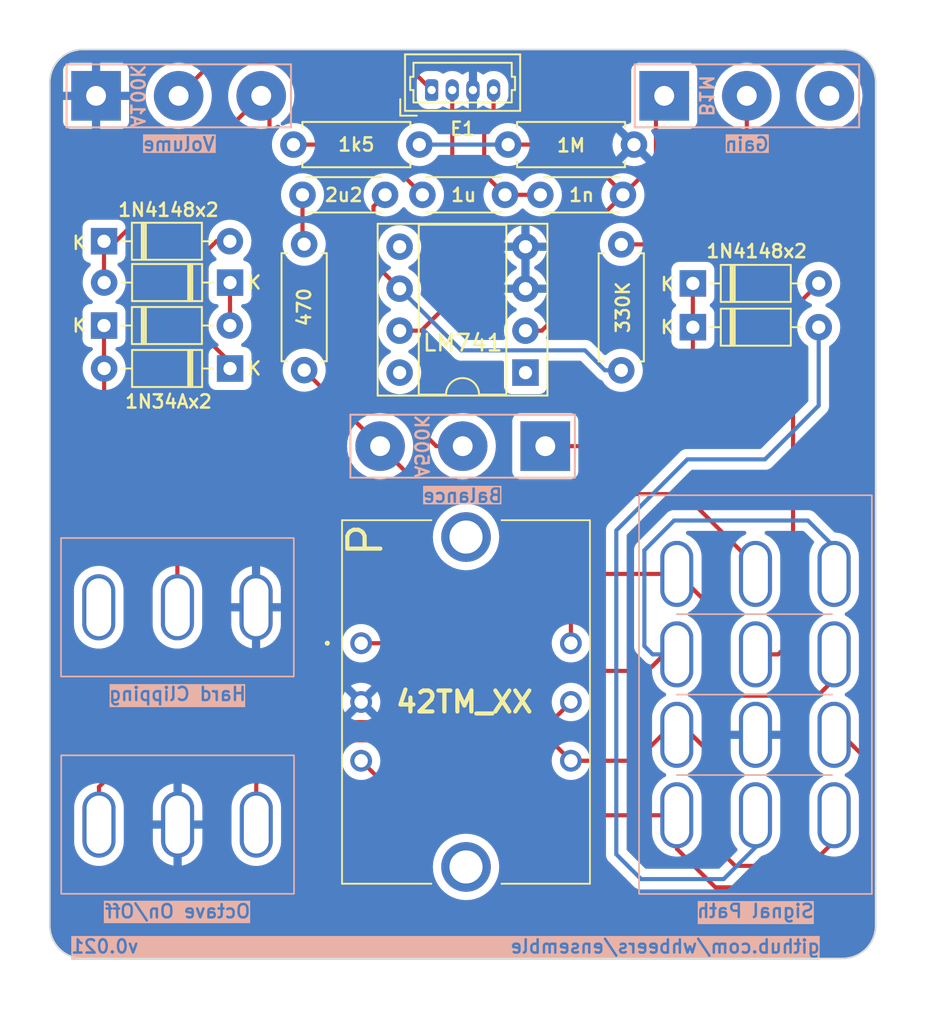
<source format=kicad_pcb>
(kicad_pcb (version 20221018) (generator pcbnew)
  (title_block (title "Ensemble fuzz effect") (date "2023-03-19") (rev "v0.021") (comment 1 "github.com/whbeers/ensemble"))
  (layers (0 "F.Cu" signal) (31 "B.Cu" signal) (36 "B.SilkS" user "B.Silkscreen") (37 "F.SilkS" user "F.Silkscreen") (38 "B.Mask" user) (39 "F.Mask" user) (44 "Edge.Cuts" user))
  (net 0 "")
  (net 1 "/EFFECT_IN")
  (net 2 "/741_Inv")
  (net 3 "Net-(C2-Pad2)")
  (net 4 "/741_Out")
  (net 5 "Net-(C3-Pad2)")
  (net 6 "/OCTAVE_OUT")
  (net 7 "/RECT_TOP")
  (net 8 "/RECT_BOTTOM")
  (net 9 "Net-(D3-K)")
  (net 10 "Net-(D4-K)")
  (net 11 "Net-(D5-A)")
  (net 12 "/EFFECT_OUT")
  (net 13 "/9V0")
  (net 14 "GND")
  (net 15 "Net-(R3-Pad1)")
  (net 16 "/DRIVE_OUT")
  (net 21 "/XFM_S1")
  (net 22 "/XFM_P1")
  (net 23 "/XFM_S3")
  (net 24 "/XFM_P3")
  (net 25 "/XFM_S2")
  (net 26 "/POST_BALANCE")
  (footprint "Package_DIP:DIP-8_W7.62mm_Socket" (layer "F.Cu") (at 51.8 37.55 180)
    (fp_text reference "U1")
    (fp_text value "LM741" (at 3.8 1.8) (layer "F.SilkS"))
    (fp_line (start -1.33 -1.39) (end -1.33 9.01) (stroke (width 0.12)) (layer "F.SilkS"))
    (fp_line (start -1.33 9.01) (end 8.95 9.01) (stroke (width 0.12)) (layer "F.SilkS"))
    (fp_line (start 1.16 -1.33) (end 1.16 8.95) (stroke (width 0.12)) (layer "F.SilkS"))
    (fp_line (start 1.16 8.95) (end 6.46 8.95) (stroke (width 0.12)) (layer "F.SilkS"))
    (fp_line (start 2.81 -1.33) (end 1.16 -1.33) (stroke (width 0.12)) (layer "F.SilkS"))
    (fp_line (start 6.46 -1.33) (end 4.81 -1.33) (stroke (width 0.12)) (layer "F.SilkS"))
    (fp_line (start 6.46 8.95) (end 6.46 -1.33) (stroke (width 0.12)) (layer "F.SilkS"))
    (fp_line (start 8.95 -1.39) (end -1.33 -1.39) (stroke (width 0.12)) (layer "F.SilkS"))
    (fp_line (start 8.95 9.01) (end 8.95 -1.39) (stroke (width 0.12)) (layer "F.SilkS"))
    (fp_arc (start 4.81 -1.33) (mid 3.81 -0.33) (end 2.81 -1.33) (stroke (width 0.12)) (layer "F.SilkS"))
    (pad "1" thru_hole rect (at 0 0 180) (size 1.6 1.6) (drill 0.8) (layers "*.Cu" "*.Mask"))
    (pad "2" thru_hole oval (at 0 2.54 180) (size 1.6 1.6) (drill 0.8) (layers "*.Cu" "*.Mask") (net 2 "/741_Inv"))
    (pad "3" thru_hole oval (at 0 5.08 180) (size 1.6 1.6) (drill 0.8) (layers "*.Cu" "*.Mask") (net 14 "GND"))
    (pad "4" thru_hole oval (at 0 7.62 180) (size 1.6 1.6) (drill 0.8) (layers "*.Cu" "*.Mask") (net 14 "GND"))
    (pad "5" thru_hole oval (at 7.62 7.62 180) (size 1.6 1.6) (drill 0.8) (layers "*.Cu" "*.Mask"))
    (pad "6" thru_hole oval (at 7.62 5.08 180) (size 1.6 1.6) (drill 0.8) (layers "*.Cu" "*.Mask") (net 4 "/741_Out"))
    (pad "7" thru_hole oval (at 7.62 2.54 180) (size 1.6 1.6) (drill 0.8) (layers "*.Cu" "*.Mask") (net 13 "/9V0"))
    (pad "8" thru_hole oval (at 7.62 0 180) (size 1.6 1.6) (drill 0.8) (layers "*.Cu" "*.Mask"))
  )
  (footprint "Diode_THT:D_DO-35_SOD27_P7.62mm_Horizontal" (layer "F.Cu") (at 61.935 34.8)
    (fp_text reference "D2")
    (fp_text value "1N4148")
    (fp_text user "K" (at -1.535 0) (layer "F.SilkS") (effects (font (size 0.8 0.8))))
    (fp_line (start 1.04 0) (end 1.69 0) (stroke (width 0.12)) (layer "F.SilkS"))
    (fp_line (start 1.69 -1.12) (end 1.69 1.12) (stroke (width 0.12)) (layer "F.SilkS"))
    (fp_line (start 1.69 1.12) (end 5.93 1.12) (stroke (width 0.12)) (layer "F.SilkS"))
    (fp_line (start 2.29 -1.12) (end 2.29 1.12) (stroke (width 0.12)) (layer "F.SilkS"))
    (fp_line (start 2.41 -1.12) (end 2.41 1.12) (stroke (width 0.12)) (layer "F.SilkS"))
    (fp_line (start 2.53 -1.12) (end 2.53 1.12) (stroke (width 0.12)) (layer "F.SilkS"))
    (fp_line (start 5.93 -1.12) (end 1.69 -1.12) (stroke (width 0.12)) (layer "F.SilkS"))
    (fp_line (start 5.93 1.12) (end 5.93 -1.12) (stroke (width 0.12)) (layer "F.SilkS"))
    (fp_line (start 6.58 0) (end 5.93 0) (stroke (width 0.12)) (layer "F.SilkS"))
    (pad "1" thru_hole rect (at 0 0) (size 1.6 1.6) (drill 0.8) (layers "*.Cu" "*.Mask") (net 6 "/OCTAVE_OUT"))
    (pad "2" thru_hole oval (at 7.62 0) (size 1.6 1.6) (drill 0.8) (layers "*.Cu" "*.Mask") (net 8 "/RECT_BOTTOM"))
  )
  (footprint "Diode_THT:D_DO-35_SOD27_P7.62mm_Horizontal" (layer "F.Cu") (at 61.935 32.15)
    (fp_text reference "D1")
    (fp_text value "1N4148")
    (fp_text user "1N4148x2" (at 3.865 -1.95 unlocked) (layer "F.SilkS") (effects (font (size 0.8 0.8))))
    (fp_text user "K" (at -1.535 0.05) (layer "F.SilkS") (effects (font (size 0.8 0.8))))
    (fp_line (start 1.04 0) (end 1.69 0) (stroke (width 0.12)) (layer "F.SilkS"))
    (fp_line (start 1.69 -1.12) (end 1.69 1.12) (stroke (width 0.12)) (layer "F.SilkS"))
    (fp_line (start 1.69 1.12) (end 5.93 1.12) (stroke (width 0.12)) (layer "F.SilkS"))
    (fp_line (start 2.29 -1.12) (end 2.29 1.12) (stroke (width 0.12)) (layer "F.SilkS"))
    (fp_line (start 2.41 -1.12) (end 2.41 1.12) (stroke (width 0.12)) (layer "F.SilkS"))
    (fp_line (start 2.53 -1.12) (end 2.53 1.12) (stroke (width 0.12)) (layer "F.SilkS"))
    (fp_line (start 5.93 -1.12) (end 1.69 -1.12) (stroke (width 0.12)) (layer "F.SilkS"))
    (fp_line (start 5.93 1.12) (end 5.93 -1.12) (stroke (width 0.12)) (layer "F.SilkS"))
    (fp_line (start 6.58 0) (end 5.93 0) (stroke (width 0.12)) (layer "F.SilkS"))
    (pad "1" thru_hole rect (at 0 0) (size 1.6 1.6) (drill 0.8) (layers "*.Cu" "*.Mask") (net 6 "/OCTAVE_OUT"))
    (pad "2" thru_hole oval (at 7.62 0) (size 1.6 1.6) (drill 0.8) (layers "*.Cu" "*.Mask") (net 7 "/RECT_TOP"))
  )
  (footprint "Diode_THT:D_DO-35_SOD27_P7.62mm_Horizontal" (layer "F.Cu") (at 26.28 34.7)
    (fp_text reference "D4")
    (fp_text value "1N34A")
    (fp_text user "K" (at -1.495 0) (layer "F.SilkS") (effects (font (size 0.8 0.8))))
    (fp_line (start 1.04 0) (end 1.69 0) (stroke (width 0.12)) (layer "F.SilkS"))
    (fp_line (start 1.69 -1.12) (end 1.69 1.12) (stroke (width 0.12)) (layer "F.SilkS"))
    (fp_line (start 1.69 1.12) (end 5.93 1.12) (stroke (width 0.12)) (layer "F.SilkS"))
    (fp_line (start 2.29 -1.12) (end 2.29 1.12) (stroke (width 0.12)) (layer "F.SilkS"))
    (fp_line (start 2.41 -1.12) (end 2.41 1.12) (stroke (width 0.12)) (layer "F.SilkS"))
    (fp_line (start 2.53 -1.12) (end 2.53 1.12) (stroke (width 0.12)) (layer "F.SilkS"))
    (fp_line (start 5.93 -1.12) (end 1.69 -1.12) (stroke (width 0.12)) (layer "F.SilkS"))
    (fp_line (start 5.93 1.12) (end 5.93 -1.12) (stroke (width 0.12)) (layer "F.SilkS"))
    (fp_line (start 6.58 0) (end 5.93 0) (stroke (width 0.12)) (layer "F.SilkS"))
    (pad "1" thru_hole rect (at 0 0) (size 1.6 1.6) (drill 0.8) (layers "*.Cu" "*.Mask") (net 10 "Net-(D4-K)"))
    (pad "2" thru_hole oval (at 7.62 0) (size 1.6 1.6) (drill 0.8) (layers "*.Cu" "*.Mask") (net 9 "Net-(D3-K)"))
  )
  (footprint "Diode_THT:D_DO-35_SOD27_P7.62mm_Horizontal" (layer "F.Cu") (at 26.28 29.6)
    (fp_text reference "D5")
    (fp_text value "1N4148")
    (fp_text user "K" (at -1.495 0.1) (layer "F.SilkS") (effects (font (size 0.8 0.8))))
    (fp_text user "1N4148x2" (at 3.905 -1.9 unlocked) (layer "F.SilkS") (effects (font (size 0.8 0.8))))
    (fp_line (start 1.04 0) (end 1.69 0) (stroke (width 0.12)) (layer "F.SilkS"))
    (fp_line (start 1.69 -1.12) (end 1.69 1.12) (stroke (width 0.12)) (layer "F.SilkS"))
    (fp_line (start 1.69 1.12) (end 5.93 1.12) (stroke (width 0.12)) (layer "F.SilkS"))
    (fp_line (start 2.29 -1.12) (end 2.29 1.12) (stroke (width 0.12)) (layer "F.SilkS"))
    (fp_line (start 2.41 -1.12) (end 2.41 1.12) (stroke (width 0.12)) (layer "F.SilkS"))
    (fp_line (start 2.53 -1.12) (end 2.53 1.12) (stroke (width 0.12)) (layer "F.SilkS"))
    (fp_line (start 5.93 -1.12) (end 1.69 -1.12) (stroke (width 0.12)) (layer "F.SilkS"))
    (fp_line (start 5.93 1.12) (end 5.93 -1.12) (stroke (width 0.12)) (layer "F.SilkS"))
    (fp_line (start 6.58 0) (end 5.93 0) (stroke (width 0.12)) (layer "F.SilkS"))
    (pad "1" thru_hole rect (at 0 0) (size 1.6 1.6) (drill 0.8) (layers "*.Cu" "*.Mask") (net 26 "/POST_BALANCE"))
    (pad "2" thru_hole oval (at 7.62 0) (size 1.6 1.6) (drill 0.8) (layers "*.Cu" "*.Mask") (net 11 "Net-(D5-A)"))
  )
  (footprint "ensemble:Transformer_42TM" (layer "F.Cu") (at 41.85 53.926 -90)
    (fp_text reference "T1")
    (fp_text value "42TM_XX" (at 3.556 -6.25) (layer "F.SilkS") (effects (font (size 1.27 1.27) (thickness 0.254))))
    (fp_text user "P" (at -6.25 -0.25 90 unlocked) (layer "F.SilkS") (effects (font (size 2 2) (thickness 0.254))))
    (fp_line (start -7.442 -13.856) (end -7.442 -13.856) (stroke (width 0.1)) (layer "F.SilkS"))
    (fp_line (start -7.442 -13.856) (end -7.442 -13.856) (stroke (width 0.1)) (layer "F.SilkS"))
    (fp_line (start -7.442 -13.856) (end -7.442 -8.5) (stroke (width 0.1)) (layer "F.SilkS"))
    (fp_line (start -7.442 -13.856) (end 14.554 -13.856) (stroke (width 0.1)) (layer "F.SilkS"))
    (fp_line (start -7.442 -8.5) (end -7.442 -13.856) (stroke (width 0.1)) (layer "F.SilkS"))
    (fp_line (start -7.442 -8.5) (end -7.442 -8.5) (stroke (width 0.1)) (layer "F.SilkS"))
    (fp_line (start -7.442 -4.25) (end -7.442 -4.25) (stroke (width 0.1)) (layer "F.SilkS"))
    (fp_line (start -7.442 -4.25) (end -7.442 1.156) (stroke (width 0.1)) (layer "F.SilkS"))
    (fp_line (start -7.442 1.156) (end -7.442 -4.25) (stroke (width 0.1)) (layer "F.SilkS"))
    (fp_line (start -7.442 1.156) (end -7.442 1.156) (stroke (width 0.1)) (layer "F.SilkS"))
    (fp_line (start -7.442 1.156) (end -7.442 1.156) (stroke (width 0.1)) (layer "F.SilkS"))
    (fp_line (start -7.442 1.156) (end 14.554 1.156) (stroke (width 0.1)) (layer "F.SilkS"))
    (fp_line (start 0 2) (end 0 2) (stroke (width 0.2)) (layer "F.SilkS"))
    (fp_line (start 0 2) (end 0 2) (stroke (width 0.2)) (layer "F.SilkS"))
    (fp_line (start 0 2.1) (end 0 2.1) (stroke (width 0.2)) (layer "F.SilkS"))
    (fp_line (start 14.554 -13.856) (end -7.442 -13.856) (stroke (width 0.1)) (layer "F.SilkS"))
    (fp_line (start 14.554 -13.856) (end 14.554 -13.856) (stroke (width 0.1)) (layer "F.SilkS"))
    (fp_line (start 14.554 -13.856) (end 14.554 -13.856) (stroke (width 0.1)) (layer "F.SilkS"))
    (fp_line (start 14.554 -13.856) (end 14.554 -8.5) (stroke (width 0.1)) (layer "F.SilkS"))
    (fp_line (start 14.554 -8.5) (end 14.554 -13.856) (stroke (width 0.1)) (layer "F.SilkS"))
    (fp_line (start 14.554 -8.5) (end 14.554 -8.5) (stroke (width 0.1)) (layer "F.SilkS"))
    (fp_line (start 14.554 -4.25) (end 14.554 -4.25) (stroke (width 0.1)) (layer "F.SilkS"))
    (fp_line (start 14.554 -4.25) (end 14.554 1.156) (stroke (width 0.1)) (layer "F.SilkS"))
    (fp_line (start 14.554 1.156) (end -7.442 1.156) (stroke (width 0.1)) (layer "F.SilkS"))
    (fp_line (start 14.554 1.156) (end 14.554 -4.25) (stroke (width 0.1)) (layer "F.SilkS"))
    (fp_line (start 14.554 1.156) (end 14.554 1.156) (stroke (width 0.1)) (layer "F.SilkS"))
    (fp_line (start 14.554 1.156) (end 14.554 1.156) (stroke (width 0.1)) (layer "F.SilkS"))
    (fp_arc (start 0 2) (mid 0.05 2.05) (end 0 2.1) (stroke (width 0.2)) (layer "F.SilkS"))
    (fp_arc (start 0 2.1) (mid -0.05 2.05) (end 0 2) (stroke (width 0.2)) (layer "F.SilkS"))
    (fp_arc (start 0 2.1) (mid -0.05 2.05) (end 0 2) (stroke (width 0.2)) (layer "F.SilkS"))
    (pad "1" thru_hole circle (at 0 0 270) (size 1.316 1.316) (drill 0.8096) (layers "*.Cu" "*.Mask") (net 22 "/XFM_P1"))
    (pad "2" thru_hole circle (at 3.556 0 270) (size 1.316 1.316) (drill 0.8096) (layers "*.Cu" "*.Mask") (net 14 "GND"))
    (pad "3" thru_hole circle (at 7.112 0 270) (size 1.316 1.316) (drill 0.8096) (layers "*.Cu" "*.Mask") (net 24 "/XFM_P3"))
    (pad "4" thru_hole circle (at 7.112 -12.7 270) (size 1.316 1.316) (drill 0.8096) (layers "*.Cu" "*.Mask") (net 23 "/XFM_S3"))
    (pad "5" thru_hole circle (at 3.556 -12.7 270) (size 1.316 1.316) (drill 0.8096) (layers "*.Cu" "*.Mask") (net 25 "/XFM_S2"))
    (pad "6" thru_hole circle (at 0 -12.7 270) (size 1.316 1.316) (drill 0.8096) (layers "*.Cu" "*.Mask") (net 21 "/XFM_S1"))
    (pad "MH1" thru_hole circle (at -6.426 -6.35 270) (size 3.005 3.005) (drill 2.0034) (layers "*.Cu" "*.Mask"))
    (pad "MH2" thru_hole circle (at 13.538 -6.35 270) (size 3.005 3.005) (drill 2.0034) (layers "*.Cu" "*.Mask"))
  )
  (footprint "Capacitor_THT:C_Disc_D4.3mm_W1.9mm_P5.00mm" (layer "F.Cu") (at 52.7 26.79)
    (fp_text reference "C1")
    (fp_text value "1n" (at 2.5 0.01) (layer "F.SilkS") (effects (font (size 0.8 0.8))))
    (fp_line (start 0.23 -1.07) (end 0.23 -1.055) (stroke (width 0.12)) (layer "F.SilkS"))
    (fp_line (start 0.23 -1.07) (end 4.77 -1.07) (stroke (width 0.12)) (layer "F.SilkS"))
    (fp_line (start 0.23 1.055) (end 0.23 1.07) (stroke (width 0.12)) (layer "F.SilkS"))
    (fp_line (start 0.23 1.07) (end 4.77 1.07) (stroke (width 0.12)) (layer "F.SilkS"))
    (fp_line (start 4.77 -1.07) (end 4.77 -1.055) (stroke (width 0.12)) (layer "F.SilkS"))
    (fp_line (start 4.77 1.055) (end 4.77 1.07) (stroke (width 0.12)) (layer "F.SilkS"))
    (pad "1" thru_hole circle (at 0 0) (size 1.6 1.6) (drill 0.8) (layers "*.Cu" "*.Mask") (net 1 "/EFFECT_IN"))
    (pad "2" thru_hole circle (at 5 0) (size 1.6 1.6) (drill 0.8) (layers "*.Cu" "*.Mask") (net 2 "/741_Inv"))
  )
  (footprint "Diode_THT:D_DO-35_SOD27_P7.62mm_Horizontal" (layer "F.Cu") (at 33.91 37.3 180)
    (fp_text reference "D6")
    (fp_text value "1N34A")
    (fp_text user "K" (at -1.475 0 180) (layer "F.SilkS") (effects (font (size 0.8 0.8))))
    (fp_text user "1N34Ax2" (at 3.725 -2 unlocked) (layer "F.SilkS") (effects (font (size 0.8 0.8))))
    (fp_line (start 1.04 0) (end 1.69 0) (stroke (width 0.12)) (layer "F.SilkS"))
    (fp_line (start 1.69 -1.12) (end 1.69 1.12) (stroke (width 0.12)) (layer "F.SilkS"))
    (fp_line (start 1.69 1.12) (end 5.93 1.12) (stroke (width 0.12)) (layer "F.SilkS"))
    (fp_line (start 2.29 -1.12) (end 2.29 1.12) (stroke (width 0.12)) (layer "F.SilkS"))
    (fp_line (start 2.41 -1.12) (end 2.41 1.12) (stroke (width 0.12)) (layer "F.SilkS"))
    (fp_line (start 2.53 -1.12) (end 2.53 1.12) (stroke (width 0.12)) (layer "F.SilkS"))
    (fp_line (start 5.93 -1.12) (end 1.69 -1.12) (stroke (width 0.12)) (layer "F.SilkS"))
    (fp_line (start 5.93 1.12) (end 5.93 -1.12) (stroke (width 0.12)) (layer "F.SilkS"))
    (fp_line (start 6.58 0) (end 5.93 0) (stroke (width 0.12)) (layer "F.SilkS"))
    (pad "1" thru_hole rect (at 0 0 180) (size 1.6 1.6) (drill 0.8) (layers "*.Cu" "*.Mask") (net 11 "Net-(D5-A)"))
    (pad "2" thru_hole oval (at 7.62 0 180) (size 1.6 1.6) (drill 0.8) (layers "*.Cu" "*.Mask") (net 10 "Net-(D4-K)"))
  )
  (footprint "Resistor_THT:R_Axial_DIN0207_L6.3mm_D2.5mm_P7.62mm_Horizontal" (layer "F.Cu") (at 58.37 23.75 180)
    (fp_text reference "R2")
    (fp_text value "1M" (at 3.81 -0.05 180) (layer "F.SilkS") (effects (font (size 0.8 0.8))))
    (fp_line (start 0.54 -1.37) (end 7.08 -1.37) (stroke (width 0.12)) (layer "F.SilkS"))
    (fp_line (start 0.54 -1.04) (end 0.54 -1.37) (stroke (width 0.12)) (layer "F.SilkS"))
    (fp_line (start 0.54 1.04) (end 0.54 1.37) (stroke (width 0.12)) (layer "F.SilkS"))
    (fp_line (start 0.54 1.37) (end 7.08 1.37) (stroke (width 0.12)) (layer "F.SilkS"))
    (fp_line (start 7.08 -1.37) (end 7.08 -1.04) (stroke (width 0.12)) (layer "F.SilkS"))
    (fp_line (start 7.08 1.37) (end 7.08 1.04) (stroke (width 0.12)) (layer "F.SilkS"))
    (pad "1" thru_hole circle (at 0 0 180) (size 1.6 1.6) (drill 0.8) (layers "*.Cu" "*.Mask") (net 14 "GND"))
    (pad "2" thru_hole oval (at 7.62 0 180) (size 1.6 1.6) (drill 0.8) (layers "*.Cu" "*.Mask") (net 2 "/741_Inv"))
  )
  (footprint "Diode_THT:D_DO-35_SOD27_P7.62mm_Horizontal" (layer "F.Cu") (at 33.91 32.1 180)
    (fp_text reference "D3")
    (fp_text value "1N4148")
    (fp_text user "K" (at -1.475 0 180) (layer "F.SilkS") (effects (font (size 0.8 0.8))))
    (fp_line (start 1.04 0) (end 1.69 0) (stroke (width 0.12)) (layer "F.SilkS"))
    (fp_line (start 1.69 -1.12) (end 1.69 1.12) (stroke (width 0.12)) (layer "F.SilkS"))
    (fp_line (start 1.69 1.12) (end 5.93 1.12) (stroke (width 0.12)) (layer "F.SilkS"))
    (fp_line (start 2.29 -1.12) (end 2.29 1.12) (stroke (width 0.12)) (layer "F.SilkS"))
    (fp_line (start 2.41 -1.12) (end 2.41 1.12) (stroke (width 0.12)) (layer "F.SilkS"))
    (fp_line (start 2.53 -1.12) (end 2.53 1.12) (stroke (width 0.12)) (layer "F.SilkS"))
    (fp_line (start 5.93 -1.12) (end 1.69 -1.12) (stroke (width 0.12)) (layer "F.SilkS"))
    (fp_line (start 5.93 1.12) (end 5.93 -1.12) (stroke (width 0.12)) (layer "F.SilkS"))
    (fp_line (start 6.58 0) (end 5.93 0) (stroke (width 0.12)) (layer "F.SilkS"))
    (pad "1" thru_hole rect (at 0 0 180) (size 1.6 1.6) (drill 0.8) (layers "*.Cu" "*.Mask") (net 9 "Net-(D3-K)"))
    (pad "2" thru_hole oval (at 7.62 0 180) (size 1.6 1.6) (drill 0.8) (layers "*.Cu" "*.Mask") (net 26 "/POST_BALANCE"))
  )
  (footprint "Capacitor_THT:C_Disc_D4.3mm_W1.9mm_P5.00mm" (layer "F.Cu") (at 43.3 26.79 180)
    (fp_text reference "C3")
    (fp_text value "2u2" (at 2.5 -0.01 180) (layer "F.SilkS") (effects (font (size 0.8 0.8))))
    (fp_line (start 0.23 -1.07) (end 0.23 -1.055) (stroke (width 0.12)) (layer "F.SilkS"))
    (fp_line (start 0.23 -1.07) (end 4.77 -1.07) (stroke (width 0.12)) (layer "F.SilkS"))
    (fp_line (start 0.23 1.055) (end 0.23 1.07) (stroke (width 0.12)) (layer "F.SilkS"))
    (fp_line (start 0.23 1.07) (end 4.77 1.07) (stroke (width 0.12)) (layer "F.SilkS"))
    (fp_line (start 4.77 -1.07) (end 4.77 -1.055) (stroke (width 0.12)) (layer "F.SilkS"))
    (fp_line (start 4.77 1.055) (end 4.77 1.07) (stroke (width 0.12)) (layer "F.SilkS"))
    (pad "1" thru_hole circle (at 0 0 180) (size 1.6 1.6) (drill 0.8) (layers "*.Cu" "*.Mask") (net 4 "/741_Out"))
    (pad "2" thru_hole circle (at 5 0 180) (size 1.6 1.6) (drill 0.8) (layers "*.Cu" "*.Mask") (net 5 "Net-(C3-Pad2)"))
  )
  (footprint "Resistor_THT:R_Axial_DIN0207_L6.3mm_D2.5mm_P7.62mm_Horizontal" (layer "F.Cu") (at 57.6 29.79 -90)
    (fp_text reference "R3")
    (fp_text value "330K" (at 3.81 -0.1 -270) (layer "F.SilkS") (effects (font (size 0.8 0.8))))
    (fp_line (start 0.54 -1.37) (end 7.08 -1.37) (stroke (width 0.12)) (layer "F.SilkS"))
    (fp_line (start 0.54 -1.04) (end 0.54 -1.37) (stroke (width 0.12)) (layer "F.SilkS"))
    (fp_line (start 0.54 1.04) (end 0.54 1.37) (stroke (width 0.12)) (layer "F.SilkS"))
    (fp_line (start 0.54 1.37) (end 7.08 1.37) (stroke (width 0.12)) (layer "F.SilkS"))
    (fp_line (start 7.08 -1.37) (end 7.08 -1.04) (stroke (width 0.12)) (layer "F.SilkS"))
    (fp_line (start 7.08 1.37) (end 7.08 1.04) (stroke (width 0.12)) (layer "F.SilkS"))
    (pad "1" thru_hole circle (at 0 0 270) (size 1.6 1.6) (drill 0.8) (layers "*.Cu" "*.Mask") (net 15 "Net-(R3-Pad1)"))
    (pad "2" thru_hole oval (at 7.62 0 270) (size 1.6 1.6) (drill 0.8) (layers "*.Cu" "*.Mask") (net 4 "/741_Out"))
  )
  (footprint "Capacitor_THT:C_Disc_D4.3mm_W1.9mm_P5.00mm" (layer "F.Cu") (at 50.56 26.79 180)
    (fp_text reference "C2")
    (fp_text value "1u" (at 2.5 -0.01 180) (layer "F.SilkS") (effects (font (size 0.8 0.8))))
    (fp_line (start 0.23 -1.07) (end 0.23 -1.055) (stroke (width 0.12)) (layer "F.SilkS"))
    (fp_line (start 0.23 -1.07) (end 4.77 -1.07) (stroke (width 0.12)) (layer "F.SilkS"))
    (fp_line (start 0.23 1.055) (end 0.23 1.07) (stroke (width 0.12)) (layer "F.SilkS"))
    (fp_line (start 0.23 1.07) (end 4.77 1.07) (stroke (width 0.12)) (layer "F.SilkS"))
    (fp_line (start 4.77 -1.07) (end 4.77 -1.055) (stroke (width 0.12)) (layer "F.SilkS"))
    (fp_line (start 4.77 1.055) (end 4.77 1.07) (stroke (width 0.12)) (layer "F.SilkS"))
    (pad "1" thru_hole circle (at 0 0 180) (size 1.6 1.6) (drill 0.8) (layers "*.Cu" "*.Mask") (net 1 "/EFFECT_IN"))
    (pad "2" thru_hole circle (at 5 0 180) (size 1.6 1.6) (drill 0.8) (layers "*.Cu" "*.Mask") (net 3 "Net-(C2-Pad2)"))
  )
  (footprint "Resistor_THT:R_Axial_DIN0207_L6.3mm_D2.5mm_P7.62mm_Horizontal" (layer "F.Cu") (at 45.37 23.75 180)
    (fp_text reference "R1")
    (fp_text value "1k5" (at 3.81 0) (layer "F.SilkS") (effects (font (size 0.8 0.8))))
    (fp_line (start 0.54 -1.37) (end 7.08 -1.37) (stroke (width 0.12)) (layer "F.SilkS"))
    (fp_line (start 0.54 -1.04) (end 0.54 -1.37) (stroke (width 0.12)) (layer "F.SilkS"))
    (fp_line (start 0.54 1.04) (end 0.54 1.37) (stroke (width 0.12)) (layer "F.SilkS"))
    (fp_line (start 0.54 1.37) (end 7.08 1.37) (stroke (width 0.12)) (layer "F.SilkS"))
    (fp_line (start 7.08 -1.37) (end 7.08 -1.04) (stroke (width 0.12)) (layer "F.SilkS"))
    (fp_line (start 7.08 1.37) (end 7.08 1.04) (stroke (width 0.12)) (layer "F.SilkS"))
    (pad "1" thru_hole circle (at 0 0 180) (size 1.6 1.6) (drill 0.8) (layers "*.Cu" "*.Mask") (net 2 "/741_Inv"))
    (pad "2" thru_hole oval (at 7.62 0 180) (size 1.6 1.6) (drill 0.8) (layers "*.Cu" "*.Mask") (net 3 "Net-(C2-Pad2)"))
  )
  (footprint "Resistor_THT:R_Axial_DIN0207_L6.3mm_D2.5mm_P7.62mm_Horizontal" (layer "F.Cu") (at 38.4 37.4 90)
    (fp_text reference "R4")
    (fp_text value "470" (at 3.81 0 90) (layer "F.SilkS") (effects (font (size 0.8 0.8))))
    (fp_line (start 0.54 -1.37) (end 7.08 -1.37) (stroke (width 0.12)) (layer "F.SilkS"))
    (fp_line (start 0.54 -1.04) (end 0.54 -1.37) (stroke (width 0.12)) (layer "F.SilkS"))
    (fp_line (start 0.54 1.04) (end 0.54 1.37) (stroke (width 0.12)) (layer "F.SilkS"))
    (fp_line (start 0.54 1.37) (end 7.08 1.37) (stroke (width 0.12)) (layer "F.SilkS"))
    (fp_line (start 7.08 -1.37) (end 7.08 -1.04) (stroke (width 0.12)) (layer "F.SilkS"))
    (fp_line (start 7.08 1.37) (end 7.08 1.04) (stroke (width 0.12)) (layer "F.SilkS"))
    (pad "1" thru_hole circle (at 0 0 90) (size 1.6 1.6) (drill 0.8) (layers "*.Cu" "*.Mask") (net 16 "/DRIVE_OUT"))
    (pad "2" thru_hole oval (at 7.62 0 90) (size 1.6 1.6) (drill 0.8) (layers "*.Cu" "*.Mask") (net 5 "Net-(C3-Pad2)"))
  )
  (footprint "ensemble:Molex_PicoBlade_53047-0410_1x04_P1.25mm_Vertical_with_3D_Model" (layer "F.Cu") (at 46.1175 20.45)
    (fp_text reference "J1")
    (fp_text value "E1" (at 1.88 2.35) (layer "F.SilkS" knockout) (effects (font (size 0.8 0.8))))
    (fp_line (start -1.9 1.55) (end -1.9 0.55) (stroke (width 0.12)) (layer "F.SilkS"))
    (fp_line (start -1.9 1.55) (end -0.9 1.55) (stroke (width 0.12)) (layer "F.SilkS"))
    (fp_line (start -1.61 -2.16) (end -1.61 1.26) (stroke (width 0.12)) (layer "F.SilkS"))
    (fp_line (start -1.61 1.26) (end 5.36 1.26) (stroke (width 0.12)) (layer "F.SilkS"))
    (fp_line (start -1.3 -0.8) (end -1.1 -0.8) (stroke (width 0.12)) (layer "F.SilkS"))
    (fp_line (start -1.3 0) (end -1.3 -0.8) (stroke (width 0.12)) (layer "F.SilkS"))
    (fp_line (start -1.1 -1.65) (end 1.875 -1.65) (stroke (width 0.12)) (layer "F.SilkS"))
    (fp_line (start -1.1 -0.8) (end -1.1 -1.65) (stroke (width 0.12)) (layer "F.SilkS"))
    (fp_line (start -1.1 0) (end -1.3 0) (stroke (width 0.12)) (layer "F.SilkS"))
    (fp_line (start -1.1 0.75) (end -1.1 0) (stroke (width 0.12)) (layer "F.SilkS"))
    (fp_line (start 1.875 0.75) (end -1.1 0.75) (stroke (width 0.12)) (layer "F.SilkS"))
    (fp_line (start 1.875 0.75) (end 4.85 0.75) (stroke (width 0.12)) (layer "F.SilkS"))
    (fp_line (start 4.85 -1.65) (end 1.875 -1.65) (stroke (width 0.12)) (layer "F.SilkS"))
    (fp_line (start 4.85 -0.8) (end 4.85 -1.65) (stroke (width 0.12)) (layer "F.SilkS"))
    (fp_line (start 4.85 0) (end 5.05 0) (stroke (width 0.12)) (layer "F.SilkS"))
    (fp_line (start 4.85 0.75) (end 4.85 0) (stroke (width 0.12)) (layer "F.SilkS"))
    (fp_line (start 5.05 -0.8) (end 4.85 -0.8) (stroke (width 0.12)) (layer "F.SilkS"))
    (fp_line (start 5.05 0) (end 5.05 -0.8) (stroke (width 0.12)) (layer "F.SilkS"))
    (fp_line (start 5.36 -2.16) (end -1.61 -2.16) (stroke (width 0.12)) (layer "F.SilkS"))
    (fp_line (start 5.36 1.26) (end 5.36 -2.16) (stroke (width 0.12)) (layer "F.SilkS"))
    (pad "1" thru_hole roundrect (at 0 0) (size 0.8 1.3) (drill 0.5) (layers "*.Cu" "*.Mask") (net 12 "/EFFECT_OUT"))
    (pad "2" thru_hole oval (at 1.25 0) (size 0.8 1.3) (drill 0.5) (layers "*.Cu" "*.Mask") (net 13 "/9V0"))
    (pad "3" thru_hole oval (at 2.5 0) (size 0.8 1.3) (drill 0.5) (layers "*.Cu" "*.Mask") (net 14 "GND"))
    (pad "4" thru_hole oval (at 3.75 0) (size 0.8 1.3) (drill 0.5) (layers "*.Cu" "*.Mask") (net 1 "/EFFECT_IN"))
  )
  (footprint "ensemble:SW_SPDT_SOLDER_LUGS" (layer "B.Cu") (at 30.7375 64.9 -90)
    (fp_text reference "SW2")
    (fp_text value "SPDT Toggle")
    (fp_text user "Octave On/Off" (at 5.25 0 unlocked) (layer "B.SilkS" knockout) (effects (font (size 0.8 0.8)) (justify mirror)))
    (fp_rect (start -4.191 7.0485) (end 4.191 -7.0485) (stroke (width 0.1)) (fill none) (layer "B.SilkS"))
    (pad "1" thru_hole oval (at 0 4.7625 270) (size 4 2) (drill oval 3.5 1.5) (layers "*.Cu" "*.Mask") (net 25 "/XFM_S2"))
    (pad "2" thru_hole oval (at 0 0 270) (size 4 2) (drill oval 3.5 1.5) (layers "*.Cu" "*.Mask") (net 14 "GND"))
    (pad "3" thru_hole oval (at 0 -4.7625 270) (size 4 2) (drill oval 3.5 1.5) (layers "*.Cu" "*.Mask") (net 23 "/XFM_S3"))
  )
  (footprint "ensemble:Potentiometer_Single_3_Horizontal" (layer "B.Cu") (at 65.2075 24.61)
    (fp_text reference "RV1")
    (fp_text value "B1M" (at -2.4675 -3.81 -90 unlocked) (layer "B.SilkS") (effects (font (size 0.8 0.8)) (justify mirror)))
    (fp_text user "Gain" (at 0 -0.88 unlocked) (layer "B.SilkS" knockout) (effects (font (size 0.8 0.8)) (justify mirror)))
    (fp_line (start -6.7945 -1.905) (end -6.7945 -5.715) (stroke (width 0.12)) (layer "B.SilkS"))
    (fp_line (start 6.7945 -5.715) (end -6.7945 -5.715) (stroke (width 0.12)) (layer "B.SilkS"))
    (fp_line (start 6.7945 -1.905) (end -6.7945 -1.905) (stroke (width 0.12)) (layer "B.SilkS"))
    (fp_line (start 6.7945 -1.905) (end 6.7945 -5.715) (stroke (width 0.12)) (layer "B.SilkS"))
    (pad "1" thru_hole rect (at -5.0075 -3.81 90) (size 3 3) (drill 1.2) (layers "*.Cu" "*.Mask") (net 2 "/741_Inv"))
    (pad "2" thru_hole circle (at -0.0075 -3.81 90) (size 3 3) (drill 1.2) (layers "*.Cu" "*.Mask") (net 15 "Net-(R3-Pad1)"))
    (pad "3" thru_hole circle (at 4.9925 -3.81 90) (size 3 3) (drill 1.2) (layers "*.Cu" "*.Mask"))
  )
  (footprint "ensemble:SW_SPDT_SOLDER_LUGS" (layer "B.Cu") (at 30.725 51.75 90)
    (fp_text reference "SW3")
    (fp_text value "SPST Toggle")
    (fp_text user "Hard Clipping" (at -5.25 0 unlocked) (layer "B.SilkS" knockout) (effects (font (size 0.8 0.8)) (justify mirror)))
    (fp_rect (start -4.191 7.0485) (end 4.191 -7.0485) (stroke (width 0.1)) (fill none) (layer "B.SilkS"))
    (pad "1" thru_hole oval (at 0 4.7625 90) (size 4 2) (drill oval 3.5 1.5) (layers "*.Cu" "*.Mask") (net 14 "GND"))
    (pad "2" thru_hole oval (at 0 0 90) (size 4 2) (drill oval 3.5 1.5) (layers "*.Cu" "*.Mask") (net 10 "Net-(D4-K)"))
    (pad "3" thru_hole oval (at 0 -4.7625 90) (size 4 2) (drill oval 3.5 1.5) (layers "*.Cu" "*.Mask"))
  )
  (footprint "ensemble:Potentiometer_Single_3_Horizontal" (layer "B.Cu") (at 30.8075 24.61)
    (fp_text reference "RV3")
    (fp_text value "A100K" (at -2.5075 -3.8085 -90 unlocked) (layer "B.SilkS") (effects (font (size 0.8 0.8)) (justify mirror)))
    (fp_text user "Volume" (at 0 -0.88 unlocked) (layer "B.SilkS" knockout) (effects (font (size 0.8 0.8)) (justify mirror)))
    (fp_line (start -6.7945 -1.905) (end -6.7945 -5.715) (stroke (width 0.12)) (layer "B.SilkS"))
    (fp_line (start 6.7945 -5.715) (end -6.7945 -5.715) (stroke (width 0.12)) (layer "B.SilkS"))
    (fp_line (start 6.7945 -1.905) (end -6.7945 -1.905) (stroke (width 0.12)) (layer "B.SilkS"))
    (fp_line (start 6.7945 -1.905) (end 6.7945 -5.715) (stroke (width 0.12)) (layer "B.SilkS"))
    (pad "1" thru_hole rect (at -5.0075 -3.81 90) (size 3 3) (drill 1.2) (layers "*.Cu" "*.Mask") (net 14 "GND"))
    (pad "2" thru_hole circle (at -0.0075 -3.81 90) (size 3 3) (drill 1.2) (layers "*.Cu" "*.Mask") (net 12 "/EFFECT_OUT"))
    (pad "3" thru_hole circle (at 4.9925 -3.81 90) (size 3 3) (drill 1.2) (layers "*.Cu" "*.Mask") (net 26 "/POST_BALANCE"))
  )
  (footprint "ensemble:SW_4PDT_SOLDER_LUGS" (layer "B.Cu") (at 64.455 50.684167 -90)
    (fp_text reference "SW1")
    (fp_text value "4PDT Toggle")
    (fp_text user "Signal Path" (at 19.4475 -1.27 unlocked) (layer "B.SilkS" knockout) (effects (font (size 0.8 0.8)) (justify mirror)))
    (fp_line (start 1.481666 3.4925) (end 1.481666 -5.9055) (stroke (width 0.1)) (layer "B.SilkS"))
    (fp_line (start 6.349999 3.4925) (end 6.349999 -5.9055) (stroke (width 0.1)) (layer "B.SilkS"))
    (fp_line (start 11.218333 3.4935) (end 11.218333 -5.9045) (stroke (width 0.1)) (layer "B.SilkS"))
    (fp_rect (start -5.715 5.7785) (end 18.415 -8.3185) (stroke (width 0.1)) (fill none) (layer "B.SilkS"))
    (pad "1" thru_hole oval (at -0.9525 3.4925 270) (size 4 2) (drill oval 3.5 1.5) (layers "*.Cu" "*.Mask") (net 21 "/XFM_S1"))
    (pad "2" thru_hole oval (at -0.9525 -1.27 270) (size 4 2) (drill oval 3.5 1.5) (layers "*.Cu" "*.Mask") (net 16 "/DRIVE_OUT"))
    (pad "3" thru_hole oval (at -0.9525 -6.0325 270) (size 4 2) (drill oval 3.5 1.5) (layers "*.Cu" "*.Mask") (net 22 "/XFM_P1"))
    (pad "4" thru_hole oval (at 3.915833 3.4925 270) (size 4 2) (drill oval 3.5 1.5) (layers "*.Cu" "*.Mask") (net 22 "/XFM_P1"))
    (pad "5" thru_hole oval (at 3.915833 -1.27 270) (size 4 2) (drill oval 3.5 1.5) (layers "*.Cu" "*.Mask") (net 7 "/RECT_TOP"))
    (pad "6" thru_hole oval (at 3.915833 -6.0325 270) (size 4 2) (drill oval 3.5 1.5) (layers "*.Cu" "*.Mask") (net 21 "/XFM_S1"))
    (pad "7" thru_hole oval (at 8.784166 3.4925 270) (size 4 2) (drill oval 3.5 1.5) (layers "*.Cu" "*.Mask") (net 23 "/XFM_S3"))
    (pad "8" thru_hole oval (at 8.784166 -1.27 270) (size 4 2) (drill oval 3.5 1.5) (layers "*.Cu" "*.Mask") (net 14 "GND"))
    (pad "9" thru_hole oval (at 8.784166 -6.0325 270) (size 4 2) (drill oval 3.5 1.5) (layers "*.Cu" "*.Mask") (net 24 "/XFM_P3"))
    (pad "10" thru_hole oval (at 13.6525 3.4925 270) (size 4 2) (drill oval 3.5 1.5) (layers "*.Cu" "*.Mask") (net 24 "/XFM_P3"))
    (pad "11" thru_hole oval (at 13.6525 -1.2695 270) (size 4 2) (drill oval 3.5 1.5) (layers "*.Cu" "*.Mask") (net 8 "/RECT_BOTTOM"))
    (pad "12" thru_hole oval (at 13.6525 -6.0325 270) (size 4 2) (drill oval 3.5 1.5) (layers "*.Cu" "*.Mask") (net 23 "/XFM_S3"))
  )
  (footprint "ensemble:Potentiometer_Single_3_Horizontal" (layer "B.Cu") (at 47.9925 38.19 180)
    (fp_text reference "RV2")
    (fp_text value "A500K" (at 2.4925 -3.81 270 unlocked) (layer "B.SilkS") (effects (font (size 0.8 0.8)) (justify mirror)))
    (fp_text user "Balance" (at 0 -6.81 unlocked) (layer "B.SilkS" knockout) (effects (font (size 0.8 0.8)) (justify mirror)))
    (fp_line (start -6.7945 -1.905) (end -6.7945 -5.715) (stroke (width 0.12)) (layer "B.SilkS"))
    (fp_line (start 6.7945 -5.715) (end -6.7945 -5.715) (stroke (width 0.12)) (layer "B.SilkS"))
    (fp_line (start 6.7945 -1.905) (end -6.7945 -1.905) (stroke (width 0.12)) (layer "B.SilkS"))
    (fp_line (start 6.7945 -1.905) (end 6.7945 -5.715) (stroke (width 0.12)) (layer "B.SilkS"))
    (pad "1" thru_hole rect (at -5.0075 -3.81 270) (size 3 3) (drill 1.2) (layers "*.Cu" "*.Mask") (net 6 "/OCTAVE_OUT"))
    (pad "2" thru_hole circle (at -0.0075 -3.81 270) (size 3 3) (drill 1.2) (layers "*.Cu" "*.Mask") (net 26 "/POST_BALANCE"))
    (pad "3" thru_hole circle (at 4.9925 -3.81 270) (size 3 3) (drill 1.2) (layers "*.Cu" "*.Mask") (net 16 "/DRIVE_OUT"))
  )
  (gr_arc (start 25 73) (mid 23.585786 72.414214) (end 23 71) (stroke (width 0.1)) (layer "Edge.Cuts"))
  (gr_line (start 23 20) (end 23 71) (stroke (width 0.1)) (layer "Edge.Cuts"))
  (gr_line (start 71 18) (end 25 18) (stroke (width 0.1)) (layer "Edge.Cuts"))
  (gr_line (start 25 73) (end 71 73) (stroke (width 0.1)) (layer "Edge.Cuts"))
  (gr_arc (start 23 20) (mid 23.585786 18.585786) (end 25 18) (stroke (width 0.1)) (layer "Edge.Cuts"))
  (gr_line (start 73 71) (end 73 20) (stroke (width 0.1)) (layer "Edge.Cuts"))
  (gr_arc (start 71 18) (mid 72.414214 18.585786) (end 73 20) (stroke (width 0.1)) (layer "Edge.Cuts"))
  (gr_arc (start 73 71) (mid 72.414214 72.414214) (end 71 73) (stroke (width 0.1)) (layer "Edge.Cuts"))
  (gr_text "     ${COMMENT1}                                     ${REVISION}    " (at 72.75 72.75) (layer "B.SilkS" knockout) (effects (font (size 0.8 0.8)) (justify left bottom mirror)))
  (segment (start 49.3 25.53) (end 50.56 26.79) (width 0.25) (layer "F.Cu") (net 1))
  (segment (start 49.8675 22.1325) (end 49.3 22.7) (width 0.25) (layer "F.Cu") (net 1))
  (segment (start 52.7 26.79) (end 50.56 26.79) (width 0.25) (layer "F.Cu") (net 1))
  (segment (start 49.8675 20.45) (end 49.8675 22.1325) (width 0.25) (layer "F.Cu") (net 1))
  (segment (start 49.3 22.7) (end 49.3 25.53) (width 0.25) (layer "F.Cu") (net 1))
  (segment (start 52.79 35.01) (end 51.8 35.01) (width 0.25) (layer "F.Cu") (net 2))
  (segment (start 54.75 23.75) (end 50.75 23.75) (width 0.25) (layer "F.Cu") (net 2))
  (segment (start 55.1 32.7) (end 52.79 35.01) (width 0.25) (layer "F.Cu") (net 2))
  (segment (start 55.1 29.39) (end 55.1 32.7) (width 0.25) (layer "F.Cu") (net 2))
  (segment (start 59.7 21.3) (end 59.7 24.8) (width 0.25) (layer "F.Cu") (net 2))
  (segment (start 59.7 24.8) (end 57.71 26.79) (width 0.25) (layer "F.Cu") (net 2))
  (segment (start 57.7 26.79) (end 55.1 29.39) (width 0.25) (layer "F.Cu") (net 2))
  (segment (start 57.7 26.7) (end 54.75 23.75) (width 0.25) (layer "F.Cu") (net 2))
  (segment (start 50.75 23.75) (end 45.37 23.75) (width 0.25) (layer "B.Cu") (net 2))
  (segment (start 42.52 23.75) (end 37.75 23.75) (width 0.25) (layer "F.Cu") (net 3))
  (segment (start 42.52 23.75) (end 45.56 26.79) (width 0.25) (layer "F.Cu") (net 3))
  (segment (start 43.3 26.79) (end 42.6 27.49) (width 0.25) (layer "F.Cu") (net 4))
  (segment (start 42.6 30.89) (end 44.18 32.47) (width 0.25) (layer "F.Cu") (net 4))
  (segment (start 42.6 27.49) (end 42.6 30.89) (width 0.25) (layer "F.Cu") (net 4))
  (segment (start 56.61 37.41) (end 55.4 36.2) (width 0.25) (layer "B.Cu") (net 4))
  (segment (start 47.91 36.2) (end 44.18 32.47) (width 0.25) (layer "B.Cu") (net 4))
  (segment (start 57.6 37.41) (end 56.61 37.41) (width 0.25) (layer "B.Cu") (net 4))
  (segment (start 55.4 36.2) (end 47.91 36.2) (width 0.25) (layer "B.Cu") (net 4))
  (segment (start 38.3 26.79) (end 38.3 29.68) (width 0.25) (layer "F.Cu") (net 5))
  (segment (start 61.935 32.15) (end 61.935 34.8) (width 0.25) (layer "F.Cu") (net 6))
  (segment (start 57.2 42) (end 53 42) (width 0.25) (layer "F.Cu") (net 6))
  (segment (start 61.935 37.265) (end 57.2 42) (width 0.25) (layer "F.Cu") (net 6))
  (segment (start 61.935 34.8) (end 61.935 37.265) (width 0.25) (layer "F.Cu") (net 6))
  (segment (start 69.555 32.15) (end 68 33.705) (width 0.25) (layer "F.Cu") (net 7))
  (segment (start 68 53.7) (end 68 33.705) (width 0.25) (layer "F.Cu") (net 7))
  (segment (start 67.1 54.6) (end 68 53.7) (width 0.25) (layer "F.Cu") (net 7))
  (segment (start 65.725 54.6) (end 67.1 54.6) (width 0.25) (layer "F.Cu") (net 7))
  (segment (start 69.555 39.545) (end 69.555 34.8) (width 0.25) (layer "B.Cu") (net 8))
  (segment (start 61.6 42.8) (end 66.3 42.8) (width 0.25) (layer "B.Cu") (net 8))
  (segment (start 65.7245 66.2755) (end 63.8 68.2) (width 0.25) (layer "B.Cu") (net 8))
  (segment (start 57.3 47.1) (end 61.6 42.8) (width 0.25) (layer "B.Cu") (net 8))
  (segment (start 58.8 68.2) (end 57.3 66.7) (width 0.25) (layer "B.Cu") (net 8))
  (segment (start 57.3 66.7) (end 57.3 47.1) (width 0.25) (layer "B.Cu") (net 8))
  (segment (start 63.8 68.2) (end 58.8 68.2) (width 0.25) (layer "B.Cu") (net 8))
  (segment (start 66.3 42.8) (end 69.555 39.545) (width 0.25) (layer "B.Cu") (net 8))
  (segment (start 65.7245 64.336667) (end 65.7245 66.2755) (width 0.25) (layer "B.Cu") (net 8))
  (segment (start 33.91 32.1) (end 33.91 34.69) (width 0.25) (layer "F.Cu") (net 9))
  (segment (start 26.29 43.69) (end 30.725 48.125) (width 0.25) (layer "F.Cu") (net 10))
  (segment (start 26.28 34.7) (end 26.28 37.29) (width 0.25) (layer "F.Cu") (net 10))
  (segment (start 26.29 37.3) (end 26.29 43.69) (width 0.25) (layer "F.Cu") (net 10))
  (segment (start 30.725 48.125) (end 30.725 51.75) (width 0.25) (layer "F.Cu") (net 10))
  (segment (start 32.485 35.5) (end 33.91 36.925) (width 0.25) (layer "F.Cu") (net 11))
  (segment (start 32.485 30.2) (end 32.485 35.5) (width 0.25) (layer "F.Cu") (net 11))
  (segment (start 33.9 29.6) (end 33.085 29.6) (width 0.25) (layer "F.Cu") (net 11))
  (segment (start 33.085 29.6) (end 32.485 30.2) (width 0.25) (layer "F.Cu") (net 11))
  (segment (start 32.8 18.8) (end 30.8 20.8) (width 0.25) (layer "F.Cu") (net 12))
  (segment (start 44.4675 18.8) (end 32.8 18.8) (width 0.25) (layer "F.Cu") (net 12))
  (segment (start 46.1175 20.45) (end 44.4675 18.8) (width 0.25) (layer "F.Cu") (net 12))
  (segment (start 44.18 35.01) (end 45.49 35.01) (width 0.25) (layer "F.Cu") (net 13))
  (segment (start 47.3675 33.1325) (end 47.3675 20.45) (width 0.25) (layer "F.Cu") (net 13))
  (segment (start 45.49 35.01) (end 47.3675 33.1325) (width 0.25) (layer "F.Cu") (net 13))
  (segment (start 59.41 29.79) (end 57.6 29.79) (width 0.25) (layer "F.Cu") (net 15))
  (segment (start 65.2 24) (end 59.41 29.79) (width 0.25) (layer "F.Cu") (net 15))
  (segment (start 65.2 20.8) (end 65.2 24) (width 0.25) (layer "F.Cu") (net 15))
  (segment (start 45.9 44.9) (end 43 42) (width 0.25) (layer "F.Cu") (net 16))
  (segment (start 65.725 49.225) (end 61.4 44.9) (width 0.25) (layer "F.Cu") (net 16))
  (segment (start 38.4 37.4) (end 43 42) (width 0.25) (layer "F.Cu") (net 16))
  (segment (start 61.4 44.9) (end 45.9 44.9) (width 0.25) (layer "F.Cu") (net 16))
  (segment (start 64.4 57.1) (end 63.2 55.9) (width 0.25) (layer "F.Cu") (net 21))
  (segment (start 69.5 57.1) (end 64.4 57.1) (width 0.25) (layer "F.Cu") (net 21))
  (segment (start 70.4875 56.1125) (end 69.85 56.75) (width 0.25) (layer "F.Cu") (net 21))
  (segment (start 55.7 50.3) (end 54.55 51.45) (width 0.25) (layer "F.Cu") (net 21))
  (segment (start 62.5 51.2) (end 61.3 50) (width 0.25) (layer "F.Cu") (net 21))
  (segment (start 63.2 51.9) (end 62.5 51.2) (width 0.25) (layer "F.Cu") (net 21))
  (segment (start 56.268333 49.731667) (end 55.7 50.3) (width 0.25) (layer "F.Cu") (net 21))
  (segment (start 69.85 56.75) (end 69.5 57.1) (width 0.25) (layer "F.Cu") (net 21))
  (segment (start 61.031667 49.731667) (end 62.5 51.2) (width 0.25) (layer "F.Cu") (net 21))
  (segment (start 54.55 51.45) (end 54.55 53.926) (width 0.25) (layer "F.Cu") (net 21))
  (segment (start 63.2 55.9) (end 63.2 51.9) (width 0.25) (layer "F.Cu") (net 21))
  (segment (start 70.5 56.1) (end 69.85 56.75) (width 0.25) (layer "F.Cu") (net 21))
  (segment (start 60.9625 49.731667) (end 56.268333 49.731667) (width 0.25) (layer "F.Cu") (net 21))
  (segment (start 53.8 55.6) (end 52.126 53.926) (width 0.25) (layer "F.Cu") (net 22))
  (segment (start 52.126 53.926) (end 41.85 53.926) (width 0.25) (layer "F.Cu") (net 22))
  (segment (start 59.2 55.6) (end 53.8 55.6) (width 0.25) (layer "F.Cu") (net 22))
  (segment (start 59.931667 54.868333) (end 59.5 55.3) (width 0.25) (layer "F.Cu") (net 22))
  (segment (start 60.2 54.6) (end 59.5 55.3) (width 0.25) (layer "F.Cu") (net 22))
  (segment (start 60.9625 54.868333) (end 59.931667 54.868333) (width 0.25) (layer "F.Cu") (net 22))
  (segment (start 59.5 55.3) (end 59.2 55.6) (width 0.25) (layer "F.Cu") (net 22))
  (segment (start 60.8 46.5) (end 68.9 46.5) (width 0.25) (layer "B.Cu") (net 22))
  (segment (start 59 54.1) (end 59 48.3) (width 0.25) (layer "B.Cu") (net 22))
  (segment (start 60.9625 54.6) (end 59.5 54.6) (width 0.25) (layer "B.Cu") (net 22))
  (segment (start 59 54.1) (end 59.5 54.6) (width 0.25) (layer "B.Cu") (net 22))
  (segment (start 59 48.3) (end 60.8 46.5) (width 0.25) (layer "B.Cu") (net 22))
  (segment (start 68.9 46.5) (end 70.4875 48.0875) (width 0.25) (layer "B.Cu") (net 22))
  (segment (start 59.675 59.875) (end 58.512 61.038) (width 0.25) (layer "F.Cu") (net 23))
  (segment (start 60.9625 59.468333) (end 60.081667 59.468333) (width 0.25) (layer "F.Cu") (net 23))
  (segment (start 61.868333 59.468333) (end 62.65 60.25) (width 0.25) (layer "F.Cu") (net 23))
  (segment (start 60.081667 59.468333) (end 59.675 59.875) (width 0.25) (layer "F.Cu") (net 23))
  (segment (start 60.9625 59.468333) (end 61.868333 59.468333) (width 0.25) (layer "F.Cu") (net 23))
  (segment (start 35.5 64.9) (end 35.5 62.4) (width 0.25) (layer "F.Cu") (net 23))
  (segment (start 70.4875 65.9125) (end 69 67.4) (width 0.25) (layer "F.Cu") (net 23))
  (segment (start 38.1 59.8) (end 53.312 59.8) (width 0.25) (layer "F.Cu") (net 23))
  (segment (start 62.25 59.85) (end 62.136666 59.736666) (width 0.25) (layer "F.Cu") (net 23))
  (segment (start 58.512 61.038) (end 54.55 61.038) (width 0.25) (layer "F.Cu") (net 23))
  (segment (start 69 67.4) (end 64.5 67.4) (width 0.25) (layer "F.Cu") (net 23))
  (segment (start 63 65.9) (end 63 60.6) (width 0.25) (layer "F.Cu") (net 23))
  (segment (start 63 60.6) (end 62.65 60.25) (width 0.25) (layer "F.Cu") (net 23))
  (segment (start 64.5 67.4) (end 63 65.9) (width 0.25) (layer "F.Cu") (net 23))
  (segment (start 61.868333 59.468333) (end 62.25 59.85) (width 0.25) (layer "F.Cu") (net 23))
  (segment (start 35.5 62.4) (end 38.1 59.8) (width 0.25) (layer "F.Cu") (net 23))
  (segment (start 53.312 59.8) (end 54.55 61.038) (width 0.25) (layer "F.Cu") (net 23))
  (segment (start 62.65 60.25) (end 62.25 59.85) (width 0.25) (layer "F.Cu") (net 23))
  (segment (start 71 68.7) (end 72.2 67.5) (width 0.25) (layer "F.Cu") (net 24))
  (segment (start 41.85 61.038) (end 45.148667 64.336667) (width 0.25) (layer "F.Cu") (net 24))
  (segment (start 60.9625 64.336667) (end 45.148667 64.336667) (width 0.25) (layer "F.Cu") (net 24))
  (segment (start 63.3 68.7) (end 71 68.7) (width 0.25) (layer "F.Cu") (net 24))
  (segment (start 60.9625 64.336667) (end 60.9625 66.3625) (width 0.25) (layer "F.Cu") (net 24))
  (segment (start 72.2 67.5) (end 72.2 60.7) (width 0.25) (layer "F.Cu") (net 24))
  (segment (start 70.968333 59.468333) (end 71.7 60.2) (width 0.25) (layer "F.Cu") (net 24))
  (segment (start 72.2 60.7) (end 71.7 60.2) (width 0.25) (layer "F.Cu") (net 24))
  (segment (start 71.7 60.2) (end 71.236666 59.736666) (width 0.25) (layer "F.Cu") (net 24))
  (segment (start 60.9625 66.3625) (end 63.3 68.7) (width 0.25) (layer "F.Cu") (net 24))
  (segment (start 25.975 64.9) (end 25.975 62.625) (width 0.25) (layer "F.Cu") (net 25))
  (segment (start 29.9 58.7) (end 53.332 58.7) (width 0.25) (layer "F.Cu") (net 25))
  (segment (start 53.332 58.7) (end 54.55 57.482) (width 0.25) (layer "F.Cu") (net 25))
  (segment (start 25.975 62.625) (end 29.9 58.7) (width 0.25) (layer "F.Cu") (net 25))
  (segment (start 35.8 20.8) (end 27 29.6) (width 0.25) (layer "F.Cu") (net 26))
  (segment (start 27 29.6) (end 26.28 29.6) (width 0.25) (layer "F.Cu") (net 26))
  (segment (start 46.4 42) (end 36.3 31.9) (width 0.25) (layer "F.Cu") (net 26))
  (segment (start 26.28 29.6) (end 26.28 32.09) (width 0.25) (layer "F.Cu") (net 26))
  (segment (start 36.3 31.9) (end 36.3 21.3) (width 0.25) (layer "F.Cu") (net 26))
  (segment (start 48 42) (end 46.4 42) (width 0.25) (layer "F.Cu") (net 26))
  (zone (net 14) (net_name "GND") (layer "B.Cu") (connect_pads (clearance 0.5)) (min_thickness 0.25) (fill yes (thermal_gap 0.5) (thermal_bridge_width 0.5))
    (polygon (pts (xy 20 15) (xy 76 15) (xy 76 77) (xy 20 77)))
  )
)
</source>
